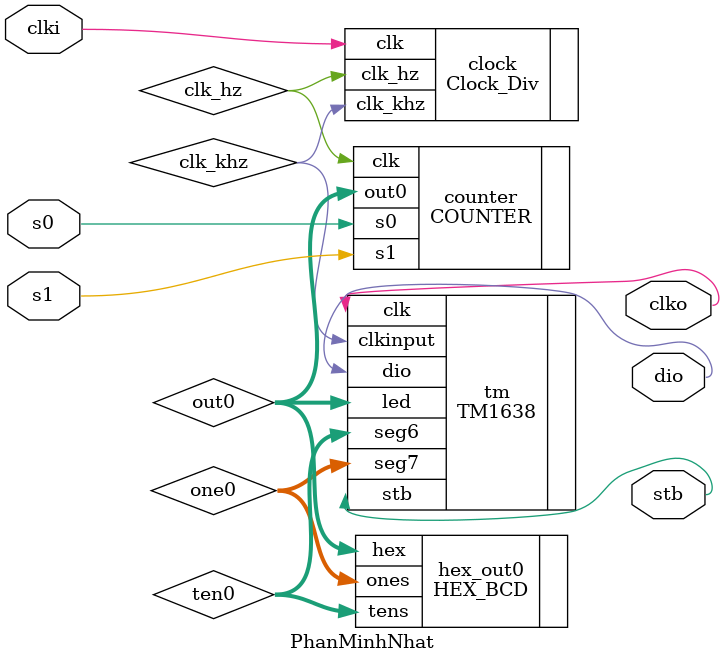
<source format=v>
`timescale 1ns / 1ps
module PhanMinhNhat(
	input wire s0,
	input wire s1,
	input wire clki,
	output wire clko,
	output wire stb,
	output wire dio
    );
wire [7:0] led0;	 

wire clk_hz;
wire [3:0] one0,ten0;
wire [7:0] out0;
Clock_Div clock (.clk(clki),.clk_hz(clk_hz),.clk_khz(clk_khz));
COUNTER counter (.clk(clk_hz),.s0(s0),.s1(s1),.out0(out0));
HEX_BCD hex_out0 (.hex(out0),.ones(one0),.tens(ten0));


TM1638 tm (.led(out0),.seg6(ten0),.seg7(one0),
	.clkinput(clk_khz),
	.clk(clko),
	.stb(stb),
	.dio(dio)
 );


endmodule

</source>
